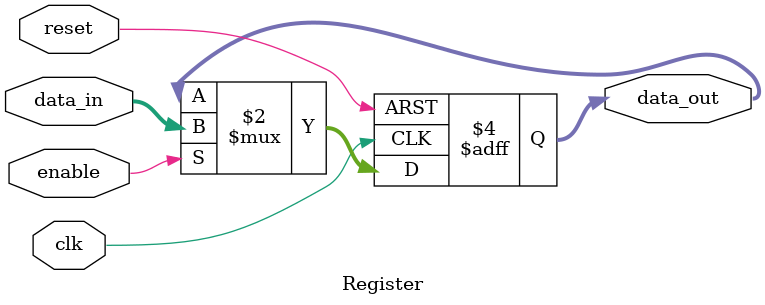
<source format=v>
`timescale 10ps/1ps
module Register (
  input wire clk,       // Clock input
  input wire reset,     // Reset input
  input wire [21:0] data_in,  // 22-bit input data
  input wire enable,    // Enable input
  output reg [21:0] data_out  // 22-bit output data
);

  always @(posedge clk or posedge reset) begin
    if (reset) begin
      data_out <= 22'b0;  // Reset the register on positive edge of reset
    end else if (enable) begin
      data_out <= data_in;  // Update the register with input data on positive edge of clock when enable is asserted
    end
  end

endmodule


</source>
